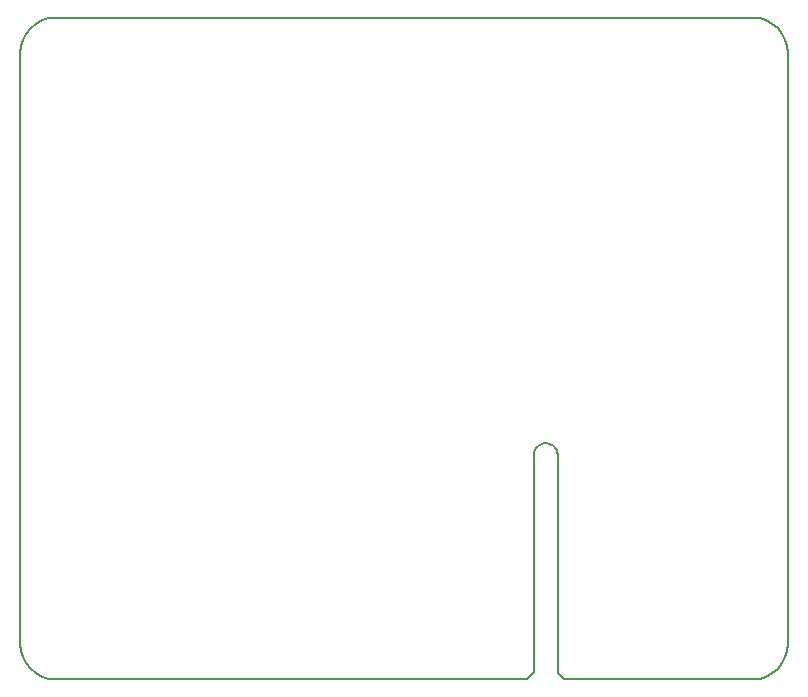
<source format=gko>
G04 Layer_Color=16711935*
%FSLAX43Y43*%
%MOMM*%
G71*
G01*
G75*
%ADD10C,0.200*%
D10*
X3000Y0D02*
X42900D01*
X46025D02*
X62000D01*
X45475Y550D02*
X46025Y0D01*
X45475Y550D02*
Y19000D01*
X42900Y0D02*
X43475Y575D01*
Y19000D01*
X65000Y16829D02*
Y53000D01*
X64942Y53585D02*
X65000Y53000D01*
X64772Y54148D02*
X64942Y53585D01*
X64494Y54667D02*
X64772Y54148D01*
X64121Y55121D02*
X64494Y54667D01*
X63667Y55494D02*
X64121Y55121D01*
X63148Y55772D02*
X63667Y55494D01*
X62585Y55942D02*
X63148Y55772D01*
X62000Y56000D02*
X62585Y55942D01*
X3000Y56000D02*
X62000D01*
X2415Y55942D02*
X3000Y56000D01*
X1852Y55772D02*
X2415Y55942D01*
X1333Y55494D02*
X1852Y55772D01*
X879Y55121D02*
X1333Y55494D01*
X506Y54667D02*
X879Y55121D01*
X228Y54148D02*
X506Y54667D01*
X58Y53585D02*
X228Y54148D01*
X0Y53000D02*
X58Y53585D01*
X0Y3000D02*
Y53000D01*
Y3000D02*
X58Y2415D01*
X228Y1852D01*
X506Y1333D01*
X879Y879D01*
X1333Y506D01*
X1852Y228D01*
X2415Y58D01*
X3000Y0D01*
X62585Y58D02*
X63148Y228D01*
X63667Y506D01*
X64121Y879D01*
X64494Y1333D01*
X64772Y1852D01*
X64942Y2415D01*
X65000Y3000D01*
Y16829D01*
X43475Y19000D02*
X43497Y19208D01*
X43561Y19407D01*
X43666Y19588D01*
X43806Y19743D01*
X43975Y19866D01*
X44166Y19951D01*
X44370Y19995D01*
X44580D01*
X44784Y19951D01*
X44975Y19866D01*
X45144Y19743D01*
X45284Y19588D01*
X45389Y19407D01*
X45453Y19208D01*
X45475Y19000D01*
X62000Y0D02*
X62585Y58D01*
M02*

</source>
